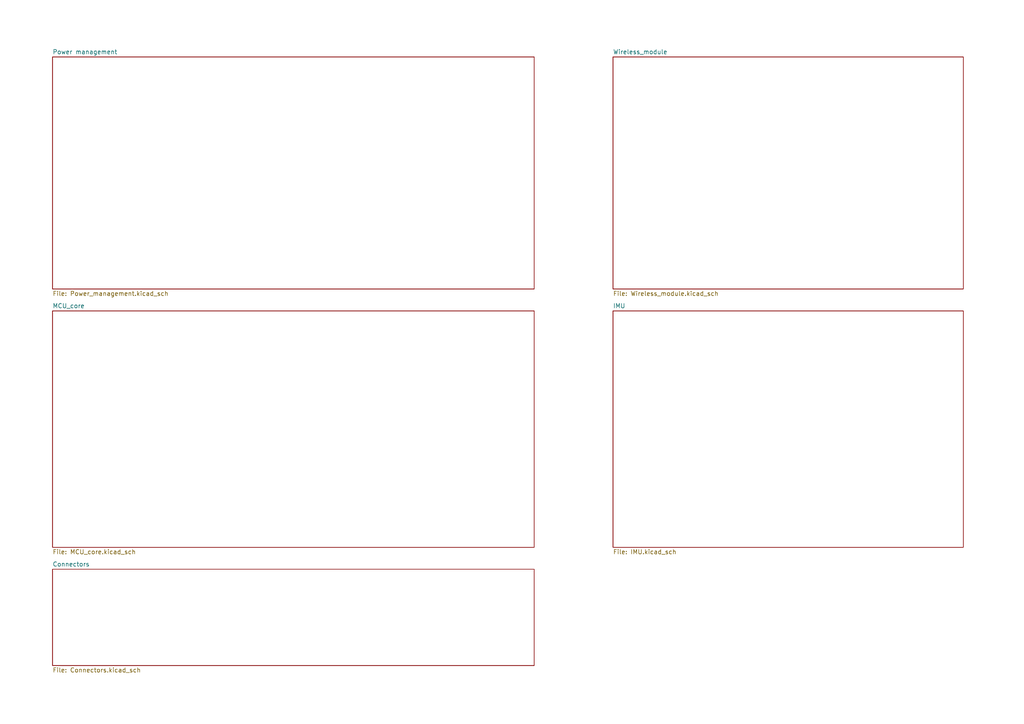
<source format=kicad_sch>
(kicad_sch (version 20230121) (generator eeschema)
  (paper "A4")
  (lib_symbols)
  (sheet (at 15.24 16.51) (size 139.7 67.31) (stroke (width 0.1524))
    (property "Sheetname" "Power management" (at 15.24 15.7984 0) (effects (justify left bottom)))
    (property "Sheetfile" "Power_management.kicad_sch" (at 15.24 84.4046 0) (effects (justify left top)))
  )
  (sheet (at 177.8 90.17) (size 101.6 68.58) (stroke (width 0.1524))
    (property "Sheetname" "IMU" (at 177.8 89.4584 0) (effects (justify left bottom)))
    (property "Sheetfile" "IMU.kicad_sch" (at 177.8 159.3346 0) (effects (justify left top)))
  )
  (sheet (at 15.24 90.17) (size 139.7 68.58) (stroke (width 0.1524))
    (property "Sheetname" "MCU_core" (at 15.24 89.4584 0) (effects (justify left bottom)))
    (property "Sheetfile" "MCU_core.kicad_sch" (at 15.24 159.3346 0) (effects (justify left top)))
  )
  (sheet (at 177.8 16.51) (size 101.6 67.31) (stroke (width 0.1524))
    (property "Sheetname" "Wireless_module" (at 177.8 15.7984 0) (effects (justify left bottom)))
    (property "Sheetfile" "Wireless_module.kicad_sch" (at 177.8 84.4046 0) (effects (justify left top)))
  )
  (sheet (at 15.24 165.1) (size 139.7 27.94) (stroke (width 0.1524))
    (property "Sheetname" "Connectors" (at 15.24 164.3884 0) (effects (justify left bottom)))
    (property "Sheetfile" "Connectors.kicad_sch" (at 15.24 193.6246 0) (effects (justify left top)))
  )
)
</source>
